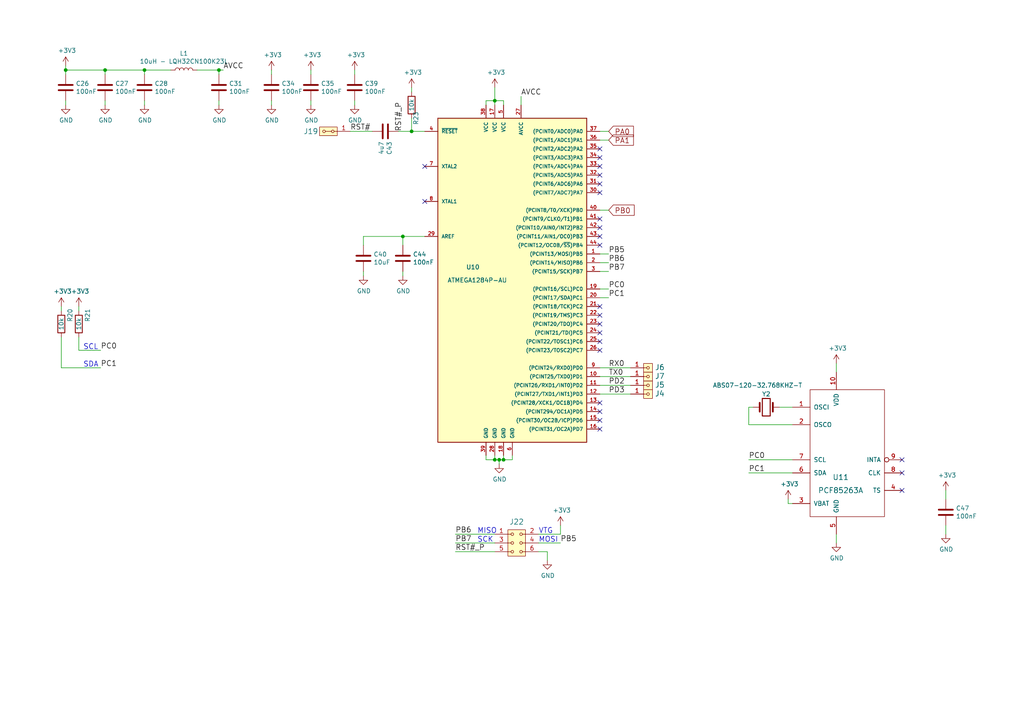
<source format=kicad_sch>
(kicad_sch (version 20211123) (generator eeschema)
  (paper "A4")
  (lib_symbols
    (symbol "MLAB_HEADER:HEADER_1x01" (pin_names (offset 1.016))
      (property "Reference" "J" (at 0 -2.54 0))
      (property "Value" "HEADER_1x01" (at 0 2.54 0))
      (symbol "HEADER_1x01_0_1"
        (rectangle (start -1.27 1.27) (end 1.27 -1.27) (fill (type background)))
        (polyline (pts (xy -1.27 0) (xy -0.381 0)))
        (circle (center 0 0) (radius 0.381))
      )
      (symbol "HEADER_1x01_1_1"
        (pin input line (at -5.08 0 0) (length 3.81) (name "~") (number "1"))
      )
    )
    (symbol "MLAB_HEADER:HEADER_2x01_PARALLEL" (pin_names (offset 1.016))
      (property "Reference" "J" (at 0 -2.54 0))
      (property "Value" "HEADER_2x01_PARALLEL" (at 0 2.54 0))
      (symbol "HEADER_2x01_PARALLEL_0_1"
        (rectangle (start -2.54 1.27) (end 2.54 -1.27) (fill (type background)))
        (circle (center -1.27 0) (radius 0.381))
        (polyline (pts (xy -1.651 0) (xy -2.54 0)))
        (polyline (pts (xy -0.889 0) (xy 0.889 0)))
        (circle (center 1.27 0) (radius 0.381))
      )
      (symbol "HEADER_2x01_PARALLEL_1_1"
        (pin input line (at -6.35 0 0) (length 3.81) (name "~") (number "1"))
        (pin input line (at -6.35 0 0) (length 3.81) hide (name "~") (number "2"))
      )
    )
    (symbol "MLAB_HEADER:HEADER_2x03" (pin_names (offset 1.016))
      (property "Reference" "J" (at 0 -5.08 0))
      (property "Value" "HEADER_2x03" (at 0 5.08 0))
      (symbol "HEADER_2x03_0_1"
        (rectangle (start -2.54 3.81) (end 2.54 -3.81) (fill (type background)))
        (circle (center -1.27 -2.54) (radius 0.381))
        (circle (center -1.27 0) (radius 0.381))
        (circle (center -1.27 2.54) (radius 0.381))
        (polyline (pts (xy -1.651 -2.54) (xy -2.54 -2.54)))
        (polyline (pts (xy -1.651 0) (xy -2.54 0)))
        (polyline (pts (xy -1.651 2.54) (xy -2.54 2.54)))
        (polyline (pts (xy 1.651 -2.54) (xy 2.54 -2.54)))
        (polyline (pts (xy 1.651 0) (xy 2.54 0)))
        (polyline (pts (xy 1.651 2.54) (xy 2.54 2.54)))
        (circle (center 1.27 -2.54) (radius 0.381))
        (circle (center 1.27 0) (radius 0.381))
        (circle (center 1.27 2.54) (radius 0.381))
      )
      (symbol "HEADER_2x03_1_1"
        (pin input line (at -6.35 2.54 0) (length 3.81) (name "~") (number "1"))
        (pin input line (at 6.35 2.54 180) (length 3.81) (name "~") (number "2"))
        (pin input line (at -6.35 0 0) (length 3.81) (name "~") (number "3"))
        (pin input line (at 6.35 0 180) (length 3.81) (name "~") (number "4"))
        (pin input line (at -6.35 -2.54 0) (length 3.81) (name "~") (number "5"))
        (pin input line (at 6.35 -2.54 180) (length 3.81) (name "~") (number "6"))
      )
    )
    (symbol "MLAB_IO:PCF85263A" (pin_names (offset 1.016))
      (property "Reference" "U" (at 5.08 12.7 0))
      (property "Value" "MLAB_IO_PCF85263A" (at 6.35 8.89 0))
      (symbol "PCF85263A_0_1"
        (rectangle (start -7.62 17.78) (end 13.97 -19.05))
      )
      (symbol "PCF85263A_1_1"
        (pin input line (at -12.7 12.7 0) (length 5.08) (name "OSCI") (number "1"))
        (pin input line (at 0 22.86 270) (length 5.08) (name "VDD") (number "10"))
        (pin input line (at -12.7 7.62 0) (length 5.08) (name "OSCO") (number "2"))
        (pin input line (at -12.7 -15.24 0) (length 5.08) (name "VBAT") (number "3"))
        (pin input line (at 19.05 -11.43 180) (length 5.08) (name "TS") (number "4"))
        (pin input line (at 0 -24.13 90) (length 5.08) (name "GND") (number "5"))
        (pin input line (at -12.7 -6.35 0) (length 5.08) (name "SDA") (number "6"))
        (pin input line (at -12.7 -2.54 0) (length 5.08) (name "SCL") (number "7"))
        (pin input line (at 19.05 -6.35 180) (length 5.08) (name "CLK") (number "8"))
        (pin input inverted (at 19.05 -2.54 180) (length 5.08) (name "INTA") (number "9"))
      )
    )
    (symbol "SPACEDOS01B_PCB01A-rescue:ATMEGA1284P-AU-atmel-DATALOGGER01A-rescue-CCP2019V01A-rescue-SPACEDOS01A_PCB01A-rescue" (pin_names (offset 1.016))
      (property "Reference" "U" (at -21.59 47.752 0))
      (property "Value" "ATMEGA1284P-AU-atmel-DATALOGGER01A-rescue-CCP2019V01A-rescue-SPACEDOS01A_PCB01A-rescue" (at 10.16 -49.53 0))
      (symbol "ATMEGA1284P-AU-atmel-DATALOGGER01A-rescue-CCP2019V01A-rescue-SPACEDOS01A_PCB01A-rescue_0_1"
        (rectangle (start -21.59 46.99) (end 21.59 -46.99) (stroke (width 0.254)) (fill (type background)))
      )
      (symbol "ATMEGA1284P-AU-atmel-DATALOGGER01A-rescue-CCP2019V01A-rescue-SPACEDOS01A_PCB01A-rescue_1_1"
        (pin bidirectional line (at 25.4 7.62 180) (length 3.81) (name "(PCINT13/MOSI)PB5") (number "1"))
        (pin bidirectional line (at 25.4 -27.94 180) (length 3.81) (name "(PCINT25/TXD0)PD1") (number "10"))
        (pin bidirectional line (at 25.4 -30.48 180) (length 3.81) (name "(PCINT26/RXD1/INT0)PD2") (number "11"))
        (pin bidirectional line (at 25.4 -33.02 180) (length 3.81) (name "(PCINT27/TXD1/INT1)PD3") (number "12"))
        (pin bidirectional line (at 25.4 -35.56 180) (length 3.81) (name "(PCINT28/XCK1/OC1B)PD4") (number "13"))
        (pin bidirectional line (at 25.4 -38.1 180) (length 3.81) (name "(PCINT294/OC1A)PD5") (number "14"))
        (pin bidirectional line (at 25.4 -40.64 180) (length 3.81) (name "(PCINT30/OC2B/ICP)PD6") (number "15"))
        (pin bidirectional line (at 25.4 -43.18 180) (length 3.81) (name "(PCINT31/OC2A)PD7") (number "16"))
        (pin power_in line (at -5.08 50.8 270) (length 3.81) (name "VCC") (number "17"))
        (pin power_in line (at -2.54 -50.8 90) (length 3.81) (name "GND") (number "18"))
        (pin bidirectional line (at 25.4 -2.54 180) (length 3.81) (name "(PCINT16/SCL)PC0") (number "19"))
        (pin bidirectional line (at 25.4 5.08 180) (length 3.81) (name "(PCINT14/MISO)PB6") (number "2"))
        (pin bidirectional line (at 25.4 -5.08 180) (length 3.81) (name "(PCINT17/SDA)PC1") (number "20"))
        (pin bidirectional line (at 25.4 -7.62 180) (length 3.81) (name "(PCINT18/TCK)PC2") (number "21"))
        (pin bidirectional line (at 25.4 -10.16 180) (length 3.81) (name "(PCINT19/TMS)PC3") (number "22"))
        (pin bidirectional line (at 25.4 -12.7 180) (length 3.81) (name "(PCINT20/TDO)PC4") (number "23"))
        (pin bidirectional line (at 25.4 -15.24 180) (length 3.81) (name "(PCINT21/TDI)PC5") (number "24"))
        (pin bidirectional line (at 25.4 -17.78 180) (length 3.81) (name "(PCINT22/TOSC1)PC6") (number "25"))
        (pin bidirectional line (at 25.4 -20.32 180) (length 3.81) (name "(PCINT23/TOSC2)PC7") (number "26"))
        (pin power_in line (at 2.54 50.8 270) (length 3.81) (name "AVCC") (number "27"))
        (pin power_in line (at -5.08 -50.8 90) (length 3.81) (name "GND") (number "28"))
        (pin power_in line (at -25.4 12.7 0) (length 3.81) (name "AREF") (number "29"))
        (pin bidirectional line (at 25.4 2.54 180) (length 3.81) (name "(PCINT15/SCK)PB7") (number "3"))
        (pin bidirectional line (at 25.4 25.4 180) (length 3.81) (name "(PCINT7/ADC7)PA7") (number "30"))
        (pin bidirectional line (at 25.4 27.94 180) (length 3.81) (name "(PCINT6/ADC6)PA6") (number "31"))
        (pin bidirectional line (at 25.4 30.48 180) (length 3.81) (name "(PCINT5/ADC5)PA5") (number "32"))
        (pin bidirectional line (at 25.4 33.02 180) (length 3.81) (name "(PCINT4/ADC4)PA4") (number "33"))
        (pin bidirectional line (at 25.4 35.56 180) (length 3.81) (name "(PCINT3/ADC3)PA3") (number "34"))
        (pin bidirectional line (at 25.4 38.1 180) (length 3.81) (name "(PCINT2/ADC2)PA2") (number "35"))
        (pin bidirectional line (at 25.4 40.64 180) (length 3.81) (name "(PCINT1/ADC1)PA1") (number "36"))
        (pin bidirectional line (at 25.4 43.18 180) (length 3.81) (name "(PCINT0/ADC0)PA0") (number "37"))
        (pin power_in line (at -7.62 50.8 270) (length 3.81) (name "VCC") (number "38"))
        (pin power_in line (at -7.62 -50.8 90) (length 3.81) (name "GND") (number "39"))
        (pin input line (at -25.4 43.18 0) (length 3.81) (name "~{RESET}") (number "4"))
        (pin bidirectional line (at 25.4 20.32 180) (length 3.81) (name "(PCINT8/T0/XCK)PB0") (number "40"))
        (pin bidirectional line (at 25.4 17.78 180) (length 3.81) (name "(PCINT9/CLKO/T1)PB1") (number "41"))
        (pin bidirectional line (at 25.4 15.24 180) (length 3.81) (name "(PCINT10/AIN0/INT2)PB2") (number "42"))
        (pin bidirectional line (at 25.4 12.7 180) (length 3.81) (name "(PCINT11/AIN1/OC0)PB3") (number "43"))
        (pin bidirectional line (at 25.4 10.16 180) (length 3.81) (name "(PCINT12/OC0B/~{SS})PB4") (number "44"))
        (pin power_in line (at -2.54 50.8 270) (length 3.81) (name "VCC") (number "5"))
        (pin power_in line (at 0 -50.8 90) (length 3.81) (name "GND") (number "6"))
        (pin bidirectional line (at -25.4 33.02 0) (length 3.81) (name "XTAL2") (number "7"))
        (pin bidirectional line (at -25.4 22.86 0) (length 3.81) (name "XTAL1") (number "8"))
        (pin bidirectional line (at 25.4 -25.4 180) (length 3.81) (name "(PCINT24/RXD0)PD0") (number "9"))
      )
    )
    (symbol "SPACEDOS01B_PCB01A-rescue:C-device-DATALOGGER01A-rescue-CCP2019V01A-rescue-SPACEDOS01A_PCB01A-rescue" (pin_numbers hide) (pin_names (offset 0.254))
      (property "Reference" "C" (at 0.635 2.54 0))
      (property "Value" "C-device-DATALOGGER01A-rescue-CCP2019V01A-rescue-SPACEDOS01A_PCB01A-rescue" (at 0.635 -2.54 0))
      (symbol "C-device-DATALOGGER01A-rescue-CCP2019V01A-rescue-SPACEDOS01A_PCB01A-rescue_0_1"
        (polyline (pts (xy -2.032 -0.762) (xy 2.032 -0.762)) (stroke (width 0.508)))
        (polyline (pts (xy -2.032 0.762) (xy 2.032 0.762)) (stroke (width 0.508)))
      )
      (symbol "C-device-DATALOGGER01A-rescue-CCP2019V01A-rescue-SPACEDOS01A_PCB01A-rescue_1_1"
        (pin passive line (at 0 3.81 270) (length 2.794) (name "~") (number "1"))
        (pin passive line (at 0 -3.81 90) (length 2.794) (name "~") (number "2"))
      )
    )
    (symbol "SPACEDOS01B_PCB01A-rescue:Crystal-device-DATALOGGER01A-rescue-CCP2019V01A-rescue-SPACEDOS01A_PCB01A-rescue" (pin_numbers hide) (pin_names (offset 1.016) hide)
      (property "Reference" "Y" (at 0 3.81 0))
      (property "Value" "Crystal-device-DATALOGGER01A-rescue-CCP2019V01A-rescue-SPACEDOS01A_PCB01A-rescue" (at 0 -3.81 0))
      (symbol "Crystal-device-DATALOGGER01A-rescue-CCP2019V01A-rescue-SPACEDOS01A_PCB01A-rescue_0_1"
        (rectangle (start -1.143 2.54) (end 1.143 -2.54) (stroke (width 0.3048)))
        (polyline (pts (xy -2.54 0) (xy -1.905 0)))
        (polyline (pts (xy -1.905 -1.27) (xy -1.905 1.27)) (stroke (width 0.508)))
        (polyline (pts (xy 1.905 -1.27) (xy 1.905 1.27)) (stroke (width 0.508)))
        (polyline (pts (xy 2.54 0) (xy 1.905 0)))
      )
      (symbol "Crystal-device-DATALOGGER01A-rescue-CCP2019V01A-rescue-SPACEDOS01A_PCB01A-rescue_1_1"
        (pin passive line (at -3.81 0 0) (length 1.27) (name "1") (number "1"))
        (pin passive line (at 3.81 0 180) (length 1.27) (name "2") (number "2"))
      )
    )
    (symbol "SPACEDOS01B_PCB01A-rescue:L-device-DATALOGGER01A-rescue-CCP2019V01A-rescue-SPACEDOS01A_PCB01A-rescue" (pin_numbers hide) (pin_names (offset 1.016) hide)
      (property "Reference" "L" (at -1.27 0 90))
      (property "Value" "L-device-DATALOGGER01A-rescue-CCP2019V01A-rescue-SPACEDOS01A_PCB01A-rescue" (at 1.905 0 90))
      (symbol "L-device-DATALOGGER01A-rescue-CCP2019V01A-rescue-SPACEDOS01A_PCB01A-rescue_0_1"
        (arc (start 0 -2.54) (mid 0.635 -1.905) (end 0 -1.27))
        (arc (start 0 -1.27) (mid 0.635 -0.635) (end 0 0))
        (arc (start 0 0) (mid 0.635 0.635) (end 0 1.27))
        (arc (start 0 1.27) (mid 0.635 1.905) (end 0 2.54))
      )
      (symbol "L-device-DATALOGGER01A-rescue-CCP2019V01A-rescue-SPACEDOS01A_PCB01A-rescue_1_1"
        (pin passive line (at 0 3.81 270) (length 1.27) (name "1") (number "1"))
        (pin passive line (at 0 -3.81 90) (length 1.27) (name "2") (number "2"))
      )
    )
    (symbol "SPACEDOS01B_PCB01A-rescue:R-device-DATALOGGER01A-rescue-CCP2019V01A-rescue-SPACEDOS01A_PCB01A-rescue" (pin_numbers hide) (pin_names (offset 0))
      (property "Reference" "R" (at 2.032 0 90))
      (property "Value" "R-device-DATALOGGER01A-rescue-CCP2019V01A-rescue-SPACEDOS01A_PCB01A-rescue" (at 0 0 90))
      (symbol "R-device-DATALOGGER01A-rescue-CCP2019V01A-rescue-SPACEDOS01A_PCB01A-rescue_0_1"
        (rectangle (start -1.016 -2.54) (end 1.016 2.54) (stroke (width 0.254)))
      )
      (symbol "R-device-DATALOGGER01A-rescue-CCP2019V01A-rescue-SPACEDOS01A_PCB01A-rescue_1_1"
        (pin passive line (at 0 3.81 270) (length 1.27) (name "~") (number "1"))
        (pin passive line (at 0 -3.81 90) (length 1.27) (name "~") (number "2"))
      )
    )
    (symbol "power:+3.3V" (power) (pin_names (offset 0))
      (property "Value" "power_+3.3V" (at 0 3.556 0))
      (symbol "+3.3V_0_1"
        (polyline (pts (xy -0.762 1.27) (xy 0 2.54)))
        (polyline (pts (xy 0 0) (xy 0 2.54)))
        (polyline (pts (xy 0 2.54) (xy 0.762 1.27)))
      )
      (symbol "+3.3V_1_1"
        (pin power_in line (at 0 0 90) (length 0) hide (name "+3V3") (number "1"))
      )
    )
    (symbol "power:GND" (power) (pin_names (offset 0))
      (property "Value" "power_GND" (at 0 -3.81 0))
      (symbol "GND_0_1"
        (polyline (pts (xy 0 0) (xy 0 -1.27) (xy 1.27 -1.27) (xy 0 -2.54) (xy -1.27 -1.27) (xy 0 -1.27)))
      )
      (symbol "GND_1_1"
        (pin power_in line (at 0 0 270) (length 0) hide (name "GND") (number "1"))
      )
    )
  )
  (junction (at 19.05 20.32))
  (junction (at 116.84 68.58))
  (junction (at 143.51 133.35))
  (junction (at 41.91 20.32))
  (junction (at 143.51 29.21))
  (junction (at 146.05 133.35))
  (junction (at 30.48 20.32))
  (junction (at 119.38 38.1))
  (junction (at 63.5 20.32))
  (junction (at 144.78 133.35))
  (no_connect (at 173.99 71.12))
  (no_connect (at 173.99 121.92))
  (no_connect (at 173.99 63.5))
  (no_connect (at 173.99 66.04))
  (no_connect (at 173.99 50.8))
  (no_connect (at 173.99 124.46))
  (no_connect (at 123.19 58.42))
  (no_connect (at 261.62 133.35))
  (no_connect (at 123.19 48.26))
  (no_connect (at 173.99 99.06))
  (no_connect (at 173.99 101.6))
  (no_connect (at 173.99 119.38))
  (no_connect (at 173.99 96.52))
  (no_connect (at 173.99 91.44))
  (no_connect (at 173.99 48.26))
  (no_connect (at 173.99 55.88))
  (no_connect (at 173.99 68.58))
  (no_connect (at 173.99 43.18))
  (no_connect (at 261.62 142.24))
  (no_connect (at 173.99 53.34))
  (no_connect (at 261.62 137.16))
  (no_connect (at 173.99 93.98))
  (no_connect (at 173.99 116.84))
  (no_connect (at 173.99 88.9))
  (no_connect (at 173.99 45.72))
  (wire (pts (xy 132.08 154.94) (xy 143.51 154.94)))
  (wire (pts (xy 173.99 111.76) (xy 182.88 111.76)))
  (wire (pts (xy 90.17 20.32) (xy 90.17 21.59)))
  (wire (pts (xy 102.87 20.32) (xy 102.87 21.59)))
  (wire (pts (xy 173.99 86.36) (xy 176.53 86.36)))
  (wire (pts (xy 140.97 132.08) (xy 140.97 133.35)))
  (wire (pts (xy 19.05 30.48) (xy 19.05 29.21)))
  (wire (pts (xy 218.44 118.11) (xy 217.17 118.11)))
  (wire (pts (xy 173.99 60.96) (xy 176.53 60.96)))
  (wire (pts (xy 22.86 101.6) (xy 29.21 101.6)))
  (wire (pts (xy 19.05 20.32) (xy 19.05 19.05)))
  (wire (pts (xy 41.91 30.48) (xy 41.91 29.21)))
  (wire (pts (xy 146.05 132.08) (xy 146.05 133.35)))
  (wire (pts (xy 173.99 114.3) (xy 182.88 114.3)))
  (wire (pts (xy 101.6 38.1) (xy 107.95 38.1)))
  (wire (pts (xy 242.57 157.48) (xy 242.57 154.94)))
  (wire (pts (xy 132.08 157.48) (xy 143.51 157.48)))
  (wire (pts (xy 229.87 133.35) (xy 217.17 133.35)))
  (wire (pts (xy 41.91 20.32) (xy 49.53 20.32)))
  (wire (pts (xy 229.87 118.11) (xy 226.06 118.11)))
  (wire (pts (xy 116.84 80.01) (xy 116.84 78.74)))
  (wire (pts (xy 143.51 133.35) (xy 144.78 133.35)))
  (wire (pts (xy 274.32 152.4) (xy 274.32 154.94)))
  (wire (pts (xy 132.08 160.02) (xy 143.51 160.02)))
  (wire (pts (xy 119.38 26.67) (xy 119.38 25.4)))
  (wire (pts (xy 173.99 106.68) (xy 182.88 106.68)))
  (wire (pts (xy 140.97 30.48) (xy 140.97 29.21)))
  (wire (pts (xy 119.38 38.1) (xy 123.19 38.1)))
  (wire (pts (xy 274.32 142.24) (xy 274.32 144.78)))
  (wire (pts (xy 63.5 20.32) (xy 63.5 21.59)))
  (wire (pts (xy 116.84 71.12) (xy 116.84 68.58)))
  (wire (pts (xy 140.97 133.35) (xy 143.51 133.35)))
  (wire (pts (xy 115.57 38.1) (xy 119.38 38.1)))
  (wire (pts (xy 156.21 157.48) (xy 162.56 157.48)))
  (wire (pts (xy 22.86 97.79) (xy 22.86 101.6)))
  (wire (pts (xy 41.91 21.59) (xy 41.91 20.32)))
  (wire (pts (xy 143.51 29.21) (xy 146.05 29.21)))
  (wire (pts (xy 78.74 30.48) (xy 78.74 29.21)))
  (wire (pts (xy 17.78 97.79) (xy 17.78 106.68)))
  (wire (pts (xy 144.78 133.35) (xy 146.05 133.35)))
  (wire (pts (xy 228.6 144.78) (xy 228.6 146.05)))
  (wire (pts (xy 119.38 34.29) (xy 119.38 38.1)))
  (wire (pts (xy 173.99 38.1) (xy 176.53 38.1)))
  (wire (pts (xy 158.75 160.02) (xy 158.75 162.56)))
  (wire (pts (xy 242.57 107.95) (xy 242.57 105.41)))
  (wire (pts (xy 173.99 73.66) (xy 176.53 73.66)))
  (wire (pts (xy 156.21 154.94) (xy 162.56 154.94)))
  (wire (pts (xy 30.48 20.32) (xy 41.91 20.32)))
  (wire (pts (xy 22.86 88.9) (xy 22.86 90.17)))
  (wire (pts (xy 173.99 83.82) (xy 176.53 83.82)))
  (wire (pts (xy 64.77 20.32) (xy 63.5 20.32)))
  (wire (pts (xy 78.74 20.32) (xy 78.74 21.59)))
  (wire (pts (xy 17.78 88.9) (xy 17.78 90.17)))
  (wire (pts (xy 217.17 123.19) (xy 229.87 123.19)))
  (wire (pts (xy 162.56 154.94) (xy 162.56 152.4)))
  (wire (pts (xy 148.59 133.35) (xy 148.59 132.08)))
  (wire (pts (xy 143.51 30.48) (xy 143.51 29.21)))
  (wire (pts (xy 173.99 78.74) (xy 176.53 78.74)))
  (wire (pts (xy 105.41 68.58) (xy 116.84 68.58)))
  (wire (pts (xy 116.84 68.58) (xy 123.19 68.58)))
  (wire (pts (xy 105.41 80.01) (xy 105.41 78.74)))
  (wire (pts (xy 105.41 68.58) (xy 105.41 71.12)))
  (wire (pts (xy 151.13 30.48) (xy 151.13 27.94)))
  (wire (pts (xy 228.6 146.05) (xy 229.87 146.05)))
  (wire (pts (xy 173.99 40.64) (xy 176.53 40.64)))
  (wire (pts (xy 144.78 134.62) (xy 144.78 133.35)))
  (wire (pts (xy 19.05 21.59) (xy 19.05 20.32)))
  (wire (pts (xy 90.17 30.48) (xy 90.17 29.21)))
  (wire (pts (xy 30.48 21.59) (xy 30.48 20.32)))
  (wire (pts (xy 102.87 30.48) (xy 102.87 29.21)))
  (wire (pts (xy 143.51 132.08) (xy 143.51 133.35)))
  (wire (pts (xy 143.51 29.21) (xy 143.51 25.4)))
  (wire (pts (xy 30.48 30.48) (xy 30.48 29.21)))
  (wire (pts (xy 146.05 29.21) (xy 146.05 30.48)))
  (wire (pts (xy 146.05 133.35) (xy 148.59 133.35)))
  (wire (pts (xy 156.21 160.02) (xy 158.75 160.02)))
  (wire (pts (xy 217.17 137.16) (xy 229.87 137.16)))
  (wire (pts (xy 17.78 106.68) (xy 29.21 106.68)))
  (wire (pts (xy 173.99 109.22) (xy 182.88 109.22)))
  (wire (pts (xy 63.5 30.48) (xy 63.5 29.21)))
  (wire (pts (xy 173.99 76.2) (xy 176.53 76.2)))
  (wire (pts (xy 57.15 20.32) (xy 63.5 20.32)))
  (wire (pts (xy 140.97 29.21) (xy 143.51 29.21)))
  (wire (pts (xy 19.05 20.32) (xy 30.48 20.32)))
  (wire (pts (xy 217.17 118.11) (xy 217.17 123.19)))
  (text "SCL" (at 24.13 101.6 0) (effects (font (size 1.524 1.524)) (justify left bottom)))
  (text "MISO" (at 138.43 154.94 0) (effects (font (size 1.524 1.524)) (justify left bottom)))
  (text "MOSI" (at 156.21 157.48 0) (effects (font (size 1.524 1.524)) (justify left bottom)))
  (text "SCK" (at 138.43 157.48 0) (effects (font (size 1.524 1.524)) (justify left bottom)))
  (text "SDA" (at 24.13 106.68 0) (effects (font (size 1.524 1.524)) (justify left bottom)))
  (text "VTG" (at 156.21 154.94 0) (effects (font (size 1.524 1.524)) (justify left bottom)))
  (label "PC0" (at 176.53 83.82 0) (effects (font (size 1.524 1.524))))
  (label "PC0" (at 217.17 133.35 0) (effects (font (size 1.524 1.524))))
  (label "AVCC" (at 64.77 20.32 0) (effects (font (size 1.524 1.524))))
  (label "RX0" (at 176.53 106.68 0) (effects (font (size 1.524 1.524))))
  (label "PC1" (at 176.53 86.36 0) (effects (font (size 1.524 1.524))))
  (label "AVCC" (at 151.13 27.94 0) (effects (font (size 1.524 1.524))))
  (label "PD2" (at 176.53 111.76 0) (effects (font (size 1.524 1.524))))
  (label "PB5" (at 162.56 157.48 0) (effects (font (size 1.524 1.524))))
  (label "PC0" (at 29.21 101.6 0) (effects (font (size 1.524 1.524))))
  (label "PB7" (at 176.53 78.74 0) (effects (font (size 1.524 1.524))))
  (label "TX0" (at 176.53 109.22 0) (effects (font (size 1.524 1.524))))
  (label "PC1" (at 217.17 137.16 0) (effects (font (size 1.524 1.524))))
  (label "RST#_P" (at 132.08 160.02 0) (effects (font (size 1.524 1.524))))
  (label "RST#_P" (at 116.84 38.1 90) (effects (font (size 1.524 1.524))))
  (label "RST#" (at 101.6 38.1 0) (effects (font (size 1.524 1.524))))
  (label "PC1" (at 29.21 106.68 0) (effects (font (size 1.524 1.524))))
  (label "PD3" (at 176.53 114.3 0) (effects (font (size 1.524 1.524))))
  (label "PB6" (at 176.53 76.2 0) (effects (font (size 1.524 1.524))))
  (label "PB6" (at 132.08 154.94 0) (effects (font (size 1.524 1.524))))
  (label "PB7" (at 132.08 157.48 0) (effects (font (size 1.524 1.524))))
  (label "PB5" (at 176.53 73.66 0) (effects (font (size 1.524 1.524))))
  (global_label "PB0" (shape input) (at 176.53 60.96 0) (effects (font (size 1.524 1.524))) (property "Intersheet References" "${INTERSHEET_REFS}" (effects hide)))
  (global_label "PA0" (shape input) (at 176.53 38.1 0) (effects (font (size 1.524 1.524))) (property "Intersheet References" "${INTERSHEET_REFS}" (effects hide)))
  (global_label "PA1" (shape input) (at 176.53 40.64 0) (effects (font (size 1.524 1.524))) (property "Intersheet References" "${INTERSHEET_REFS}" (effects hide)))
  (symbol (lib_id "SPACEDOS01B_PCB01A-rescue:ATMEGA1284P-AU-atmel-DATALOGGER01A-rescue-CCP2019V01A-rescue-SPACEDOS01A_PCB01A-rescue") (at 148.59 81.28 0) (unit 1)
    (property "Reference" "U10" (at 137.16 77.47 0))
    (property "Value" "ATMEGA1284P-AU" (at 138.43 81.28 0))
    (property "Footprint" "Package_QFP:TQFP-44_10x10mm_P0.8mm" (effects hide))
    (property "Datasheet" "http://www.atmel.com/Images/Atmel-8272-8-bit-AVR-microcontroller-ATmega164A_PA-324A_PA-644A_PA-1284_P_datasheet.pdf" (effects hide))
  )
  (symbol (lib_id "SPACEDOS01B_PCB01A-rescue:C-device-DATALOGGER01A-rescue-CCP2019V01A-rescue-SPACEDOS01A_PCB01A-rescue") (at 105.41 74.93 0) (unit 1)
    (property "Reference" "C40" (at 108.331 73.7616 0) (effects (justify left)))
    (property "Value" "10uF" (at 108.331 76.073 0) (effects (justify left)))
    (property "Footprint" "Mlab_R:SMD-0805" (effects hide))
  )
  (symbol (lib_id "SPACEDOS01B_PCB01A-rescue:C-device-DATALOGGER01A-rescue-CCP2019V01A-rescue-SPACEDOS01A_PCB01A-rescue") (at 116.84 74.93 0) (unit 1)
    (property "Reference" "C44" (at 119.761 73.7616 0) (effects (justify left)))
    (property "Value" "100nF" (at 119.761 76.073 0) (effects (justify left)))
    (property "Footprint" "Mlab_R:SMD-0805" (effects hide))
  )
  (symbol (lib_id "power:GND") (at 116.84 80.01 0) (unit 1)
    (property "Reference" "#PWR0116" (effects hide))
    (property "Value" "GND" (at 116.967 84.4042 0))
  )
  (symbol (lib_id "power:GND") (at 105.41 80.01 0) (unit 1)
    (property "Reference" "#PWR0117" (effects hide))
    (property "Value" "GND" (at 105.537 84.4042 0))
  )
  (symbol (lib_id "SPACEDOS01B_PCB01A-rescue:C-device-DATALOGGER01A-rescue-CCP2019V01A-rescue-SPACEDOS01A_PCB01A-rescue") (at 111.76 38.1 270) (unit 1)
    (property "Reference" "C43" (at 112.9284 41.021 0) (effects (justify left)))
    (property "Value" "4u7" (at 110.617 41.021 0) (effects (justify left)))
    (property "Footprint" "Mlab_R:SMD-0805" (effects hide))
  )
  (symbol (lib_id "SPACEDOS01B_PCB01A-rescue:R-device-DATALOGGER01A-rescue-CCP2019V01A-rescue-SPACEDOS01A_PCB01A-rescue") (at 119.38 30.48 180) (unit 1)
    (property "Reference" "R23" (at 120.65 34.29 90))
    (property "Value" "10k" (at 119.38 30.48 90))
    (property "Footprint" "Mlab_R:SMD-0805" (effects hide))
  )
  (symbol (lib_id "MLAB_HEADER:HEADER_2x01_PARALLEL") (at 95.25 38.1 180) (unit 1)
    (property "Reference" "J19" (at 90.17 38.1 0) (effects (font (size 1.524 1.524))))
    (property "Value" "HEADER_2x01_PARALLEL" (effects hide))
    (property "Footprint" "Mlab_Pin_Headers:Straight_2x01" (effects hide))
  )
  (symbol (lib_id "SPACEDOS01B_PCB01A-rescue:C-device-DATALOGGER01A-rescue-CCP2019V01A-rescue-SPACEDOS01A_PCB01A-rescue") (at 19.05 25.4 0) (unit 1)
    (property "Reference" "C26" (at 21.971 24.2316 0) (effects (justify left)))
    (property "Value" "100nF" (at 21.971 26.543 0) (effects (justify left)))
    (property "Footprint" "Mlab_R:SMD-0805" (effects hide))
  )
  (symbol (lib_id "SPACEDOS01B_PCB01A-rescue:C-device-DATALOGGER01A-rescue-CCP2019V01A-rescue-SPACEDOS01A_PCB01A-rescue") (at 30.48 25.4 0) (unit 1)
    (property "Reference" "C27" (at 33.401 24.2316 0) (effects (justify left)))
    (property "Value" "100nF" (at 33.401 26.543 0) (effects (justify left)))
    (property "Footprint" "Mlab_R:SMD-0805" (effects hide))
  )
  (symbol (lib_id "SPACEDOS01B_PCB01A-rescue:C-device-DATALOGGER01A-rescue-CCP2019V01A-rescue-SPACEDOS01A_PCB01A-rescue") (at 41.91 25.4 0) (unit 1)
    (property "Reference" "C28" (at 44.831 24.2316 0) (effects (justify left)))
    (property "Value" "100nF" (at 44.831 26.543 0) (effects (justify left)))
    (property "Footprint" "Mlab_R:SMD-0805" (effects hide))
  )
  (symbol (lib_id "SPACEDOS01B_PCB01A-rescue:L-device-DATALOGGER01A-rescue-CCP2019V01A-rescue-SPACEDOS01A_PCB01A-rescue") (at 53.34 20.32 90) (unit 1)
    (property "Reference" "L1" (at 53.34 15.494 90))
    (property "Value" "10uH - LQH32CN100K23L" (at 53.34 17.8054 90))
    (property "Footprint" "Mlab_R:SMD-1210" (effects hide))
  )
  (symbol (lib_id "SPACEDOS01B_PCB01A-rescue:C-device-DATALOGGER01A-rescue-CCP2019V01A-rescue-SPACEDOS01A_PCB01A-rescue") (at 63.5 25.4 0) (unit 1)
    (property "Reference" "C31" (at 66.421 24.2316 0) (effects (justify left)))
    (property "Value" "100nF" (at 66.421 26.543 0) (effects (justify left)))
    (property "Footprint" "Mlab_R:SMD-0805" (effects hide))
  )
  (symbol (lib_id "power:GND") (at 19.05 30.48 0) (unit 1)
    (property "Reference" "#PWR0121" (effects hide))
    (property "Value" "GND" (at 19.177 34.8742 0))
  )
  (symbol (lib_id "power:GND") (at 30.48 30.48 0) (unit 1)
    (property "Reference" "#PWR0122" (effects hide))
    (property "Value" "GND" (at 30.607 34.8742 0))
  )
  (symbol (lib_id "power:GND") (at 41.91 30.48 0) (unit 1)
    (property "Reference" "#PWR0123" (effects hide))
    (property "Value" "GND" (at 42.037 34.8742 0))
  )
  (symbol (lib_id "power:GND") (at 63.5 30.48 0) (unit 1)
    (property "Reference" "#PWR0124" (effects hide))
    (property "Value" "GND" (at 63.627 34.8742 0))
  )
  (symbol (lib_id "MLAB_HEADER:HEADER_2x03") (at 149.86 157.48 0) (unit 1)
    (property "Reference" "J22" (at 149.86 151.3586 0) (effects (font (size 1.524 1.524))))
    (property "Value" "HEADER_2x03" (effects hide))
    (property "Footprint" "Mlab_Pin_Headers:SMD_2x03" (effects hide))
  )
  (symbol (lib_id "power:GND") (at 158.75 162.56 0) (unit 1)
    (property "Reference" "#PWR0153" (effects hide))
    (property "Value" "GND" (at 158.877 166.9542 0))
  )
  (symbol (lib_id "power:GND") (at 144.78 134.62 0) (unit 1)
    (property "Reference" "#PWR0129" (effects hide))
    (property "Value" "GND" (at 144.907 139.0142 0))
  )
  (symbol (lib_id "SPACEDOS01B_PCB01A-rescue:R-device-DATALOGGER01A-rescue-CCP2019V01A-rescue-SPACEDOS01A_PCB01A-rescue") (at 17.78 93.98 180) (unit 1)
    (property "Reference" "R20" (at 20.32 91.44 90))
    (property "Value" "10k" (at 17.78 93.98 90))
    (property "Footprint" "Mlab_R:SMD-0805" (effects hide))
  )
  (symbol (lib_id "SPACEDOS01B_PCB01A-rescue:R-device-DATALOGGER01A-rescue-CCP2019V01A-rescue-SPACEDOS01A_PCB01A-rescue") (at 22.86 93.98 180) (unit 1)
    (property "Reference" "R21" (at 25.4 91.44 90))
    (property "Value" "10k" (at 22.86 93.98 90))
    (property "Footprint" "Mlab_R:SMD-0805" (effects hide))
  )
  (symbol (lib_id "MLAB_IO:PCF85263A") (at 242.57 130.81 0) (unit 1)
    (property "Reference" "U11" (at 243.84 138.43 0) (effects (font (size 1.524 1.524))))
    (property "Value" "PCF85263A" (at 243.84 142.24 0) (effects (font (size 1.524 1.524))))
    (property "Footprint" "Mlab_IO:TSSOP-10_3x3mm_Pitch0.5mm" (effects hide))
  )
  (symbol (lib_id "SPACEDOS01B_PCB01A-rescue:Crystal-device-DATALOGGER01A-rescue-CCP2019V01A-rescue-SPACEDOS01A_PCB01A-rescue") (at 222.25 118.11 0) (unit 1)
    (property "Reference" "Y2" (at 222.25 114.3 0))
    (property "Value" "ABS07-120-32.768KHZ-T" (at 219.71 111.76 0))
    (property "Footprint" "Mlab_XTAL:ABS07" (effects hide))
  )
  (symbol (lib_id "power:GND") (at 242.57 157.48 0) (unit 1)
    (property "Reference" "#PWR0133" (effects hide))
    (property "Value" "GND" (at 242.697 161.8742 0))
  )
  (symbol (lib_id "SPACEDOS01B_PCB01A-rescue:C-device-DATALOGGER01A-rescue-CCP2019V01A-rescue-SPACEDOS01A_PCB01A-rescue") (at 78.74 25.4 0) (unit 1)
    (property "Reference" "C34" (at 81.661 24.2316 0) (effects (justify left)))
    (property "Value" "100nF" (at 81.661 26.543 0) (effects (justify left)))
    (property "Footprint" "Mlab_R:SMD-0805" (effects hide))
  )
  (symbol (lib_id "power:GND") (at 78.74 30.48 0) (unit 1)
    (property "Reference" "#PWR0154" (effects hide))
    (property "Value" "GND" (at 78.867 34.8742 0))
  )
  (symbol (lib_id "SPACEDOS01B_PCB01A-rescue:C-device-DATALOGGER01A-rescue-CCP2019V01A-rescue-SPACEDOS01A_PCB01A-rescue") (at 274.32 148.59 0) (unit 1)
    (property "Reference" "C47" (at 277.241 147.4216 0) (effects (justify left)))
    (property "Value" "100nF" (at 277.241 149.733 0) (effects (justify left)))
    (property "Footprint" "Mlab_R:SMD-0805" (effects hide))
  )
  (symbol (lib_id "power:GND") (at 274.32 154.94 0) (unit 1)
    (property "Reference" "#PWR0134" (effects hide))
    (property "Value" "GND" (at 274.447 159.3342 0))
  )
  (symbol (lib_id "SPACEDOS01B_PCB01A-rescue:C-device-DATALOGGER01A-rescue-CCP2019V01A-rescue-SPACEDOS01A_PCB01A-rescue") (at 90.17 25.4 0) (unit 1)
    (property "Reference" "C35" (at 93.091 24.2316 0) (effects (justify left)))
    (property "Value" "100nF" (at 93.091 26.543 0) (effects (justify left)))
    (property "Footprint" "Mlab_R:SMD-0805" (effects hide))
  )
  (symbol (lib_id "power:GND") (at 90.17 30.48 0) (unit 1)
    (property "Reference" "#PWR0156" (effects hide))
    (property "Value" "GND" (at 90.297 34.8742 0))
  )
  (symbol (lib_id "SPACEDOS01B_PCB01A-rescue:C-device-DATALOGGER01A-rescue-CCP2019V01A-rescue-SPACEDOS01A_PCB01A-rescue") (at 102.87 25.4 0) (unit 1)
    (property "Reference" "C39" (at 105.791 24.2316 0) (effects (justify left)))
    (property "Value" "100nF" (at 105.791 26.543 0) (effects (justify left)))
    (property "Footprint" "Mlab_R:SMD-0805" (effects hide))
  )
  (symbol (lib_id "power:GND") (at 102.87 30.48 0) (unit 1)
    (property "Reference" "#PWR0158" (effects hide))
    (property "Value" "GND" (at 102.997 34.8742 0))
  )
  (symbol (lib_id "power:+3.3V") (at 228.6 144.78 0) (unit 1)
    (property "Reference" "#PWR0108" (effects hide))
    (property "Value" "+3.3V" (at 228.981 140.3858 0))
  )
  (symbol (lib_id "MLAB_HEADER:HEADER_1x01") (at 187.96 114.3 0) (unit 1)
    (property "Reference" "J4" (at 189.9412 114.173 0) (effects (font (size 1.524 1.524)) (justify left)))
    (property "Value" "HEADER_1x01" (effects hide))
    (property "Footprint" "Mlab_Pin_Headers:Straight_1x01" (effects hide))
  )
  (symbol (lib_id "MLAB_HEADER:HEADER_1x01") (at 187.96 111.76 0) (unit 1)
    (property "Reference" "J5" (at 189.9412 111.633 0) (effects (font (size 1.524 1.524)) (justify left)))
    (property "Value" "HEADER_1x01" (effects hide))
    (property "Footprint" "Mlab_Pin_Headers:Straight_1x01" (effects hide))
  )
  (symbol (lib_id "MLAB_HEADER:HEADER_1x01") (at 187.96 106.68 0) (unit 1)
    (property "Reference" "J6" (at 189.9412 106.553 0) (effects (font (size 1.524 1.524)) (justify left)))
    (property "Value" "HEADER_1x01" (effects hide))
    (property "Footprint" "Mlab_Pin_Headers:Straight_1x01" (effects hide))
  )
  (symbol (lib_id "MLAB_HEADER:HEADER_1x01") (at 187.96 109.22 0) (unit 1)
    (property "Reference" "J7" (at 189.9412 109.093 0) (effects (font (size 1.524 1.524)) (justify left)))
    (property "Value" "HEADER_1x01" (effects hide))
    (property "Footprint" "Mlab_Pin_Headers:Straight_1x01" (effects hide))
  )
  (symbol (lib_id "power:+3.3V") (at 19.05 19.05 0) (unit 1)
    (property "Reference" "#PWR0118" (effects hide))
    (property "Value" "+3.3V" (at 19.431 14.6558 0))
  )
  (symbol (lib_id "power:+3.3V") (at 78.74 20.32 0) (unit 1)
    (property "Reference" "#PWR0120" (effects hide))
    (property "Value" "+3.3V" (at 79.121 15.9258 0))
  )
  (symbol (lib_id "power:+3.3V") (at 90.17 20.32 0) (unit 1)
    (property "Reference" "#PWR0130" (effects hide))
    (property "Value" "+3.3V" (at 90.551 15.9258 0))
  )
  (symbol (lib_id "power:+3.3V") (at 102.87 20.32 0) (unit 1)
    (property "Reference" "#PWR0131" (effects hide))
    (property "Value" "+3.3V" (at 103.251 15.9258 0))
  )
  (symbol (lib_id "power:+3.3V") (at 119.38 25.4 0) (unit 1)
    (property "Reference" "#PWR0132" (effects hide))
    (property "Value" "+3.3V" (at 119.761 21.0058 0))
  )
  (symbol (lib_id "power:+3.3V") (at 143.51 25.4 0) (unit 1)
    (property "Reference" "#PWR0135" (effects hide))
    (property "Value" "+3.3V" (at 143.891 21.0058 0))
  )
  (symbol (lib_id "power:+3.3V") (at 242.57 105.41 0) (unit 1)
    (property "Reference" "#PWR0143" (effects hide))
    (property "Value" "+3.3V" (at 242.951 101.0158 0))
  )
  (symbol (lib_id "power:+3.3V") (at 274.32 142.24 0) (unit 1)
    (property "Reference" "#PWR0144" (effects hide))
    (property "Value" "+3.3V" (at 274.701 137.8458 0))
  )
  (symbol (lib_id "power:+3.3V") (at 162.56 152.4 0) (unit 1)
    (property "Reference" "#PWR0145" (effects hide))
    (property "Value" "+3.3V" (at 162.941 148.0058 0))
  )
  (symbol (lib_id "power:+3.3V") (at 17.78 88.9 0) (unit 1)
    (property "Reference" "#PWR0146" (effects hide))
    (property "Value" "+3.3V" (at 18.161 84.5058 0))
  )
  (symbol (lib_id "power:+3.3V") (at 22.86 88.9 0) (unit 1)
    (property "Reference" "#PWR0147" (effects hide))
    (property "Value" "+3.3V" (at 23.241 84.5058 0))
  )
)
</source>
